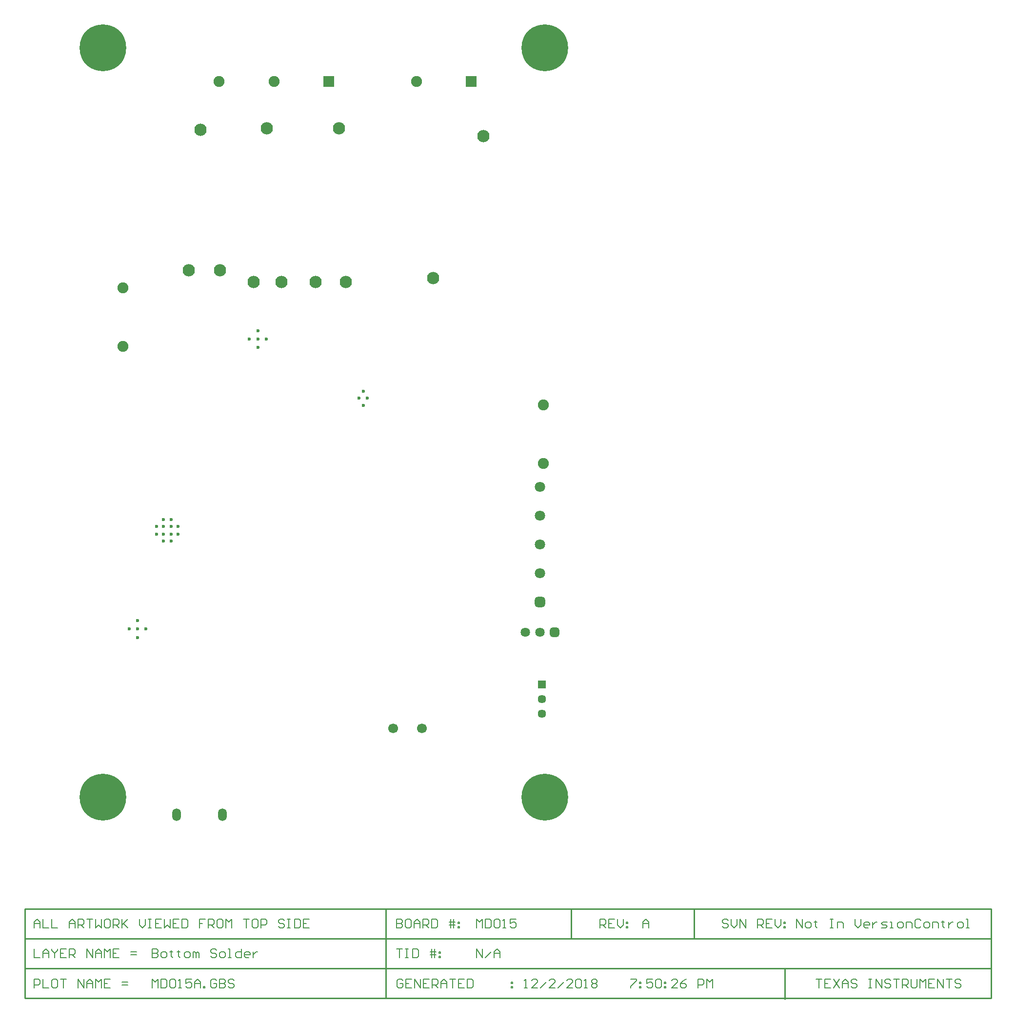
<source format=gbs>
G04*
G04 #@! TF.GenerationSoftware,Altium Limited,Altium Designer,18.1.9 (240)*
G04*
G04 Layer_Color=16711935*
%FSAX25Y25*%
%MOIN*%
G70*
G01*
G75*
%ADD16C,0.01000*%
%ADD22C,0.00800*%
%ADD154C,0.06693*%
%ADD155C,0.07480*%
%ADD156R,0.07480X0.07480*%
G04:AMPARAMS|DCode=157|XSize=70.87mil|YSize=70.87mil|CornerRadius=18.7mil|HoleSize=0mil|Usage=FLASHONLY|Rotation=90.000|XOffset=0mil|YOffset=0mil|HoleType=Round|Shape=RoundedRectangle|*
%AMROUNDEDRECTD157*
21,1,0.07087,0.03347,0,0,90.0*
21,1,0.03347,0.07087,0,0,90.0*
1,1,0.03740,0.01673,0.01673*
1,1,0.03740,0.01673,-0.01673*
1,1,0.03740,-0.01673,-0.01673*
1,1,0.03740,-0.01673,0.01673*
%
%ADD157ROUNDEDRECTD157*%
%ADD158C,0.07087*%
%ADD159C,0.31890*%
G04:AMPARAMS|DCode=160|XSize=86.61mil|YSize=59.06mil|CornerRadius=29.53mil|HoleSize=0mil|Usage=FLASHONLY|Rotation=90.000|XOffset=0mil|YOffset=0mil|HoleType=Round|Shape=RoundedRectangle|*
%AMROUNDEDRECTD160*
21,1,0.08661,0.00000,0,0,90.0*
21,1,0.02756,0.05906,0,0,90.0*
1,1,0.05906,0.00000,0.01378*
1,1,0.05906,0.00000,-0.01378*
1,1,0.05906,0.00000,-0.01378*
1,1,0.05906,0.00000,0.01378*
%
%ADD160ROUNDEDRECTD160*%
%ADD161C,0.06417*%
G04:AMPARAMS|DCode=162|XSize=64.17mil|YSize=64.17mil|CornerRadius=17.03mil|HoleSize=0mil|Usage=FLASHONLY|Rotation=180.000|XOffset=0mil|YOffset=0mil|HoleType=Round|Shape=RoundedRectangle|*
%AMROUNDEDRECTD162*
21,1,0.06417,0.03012,0,0,180.0*
21,1,0.03012,0.06417,0,0,180.0*
1,1,0.03406,-0.01506,0.01506*
1,1,0.03406,0.01506,0.01506*
1,1,0.03406,0.01506,-0.01506*
1,1,0.03406,-0.01506,-0.01506*
%
%ADD162ROUNDEDRECTD162*%
%ADD163C,0.08394*%
%ADD164C,0.05709*%
%ADD165R,0.05709X0.05709*%
%ADD167C,0.02362*%
G54D16*
X0559400Y0039400D02*
Y0059683D01*
X0440500Y0040050D02*
X0700200D01*
Y0101050D01*
X0286500Y0040050D02*
Y0101050D01*
X0040000Y0040050D02*
Y0101050D01*
X0040050Y0040050D02*
X0197600D01*
X0040050D02*
Y0101050D01*
X0700200D01*
X0040000Y0040050D02*
X0440500D01*
X0040000Y0060383D02*
X0700000D01*
X0040000Y0080717D02*
X0700200D01*
X0413200D02*
Y0101050D01*
X0497200Y0080717D02*
Y0101050D01*
G54D22*
X0126900Y0073549D02*
Y0067551D01*
X0129899D01*
X0130899Y0068550D01*
Y0069550D01*
X0129899Y0070550D01*
X0126900D01*
X0129899D01*
X0130899Y0071549D01*
Y0072549D01*
X0129899Y0073549D01*
X0126900D01*
X0133898Y0067551D02*
X0135897D01*
X0136897Y0068550D01*
Y0070550D01*
X0135897Y0071549D01*
X0133898D01*
X0132898Y0070550D01*
Y0068550D01*
X0133898Y0067551D01*
X0139896Y0072549D02*
Y0071549D01*
X0138896D01*
X0140895D01*
X0139896D01*
Y0068550D01*
X0140895Y0067551D01*
X0144894Y0072549D02*
Y0071549D01*
X0143895D01*
X0145894D01*
X0144894D01*
Y0068550D01*
X0145894Y0067551D01*
X0149893D02*
X0151892D01*
X0152892Y0068550D01*
Y0070550D01*
X0151892Y0071549D01*
X0149893D01*
X0148893Y0070550D01*
Y0068550D01*
X0149893Y0067551D01*
X0154891D02*
Y0071549D01*
X0155891D01*
X0156890Y0070550D01*
Y0067551D01*
Y0070550D01*
X0157890Y0071549D01*
X0158890Y0070550D01*
Y0067551D01*
X0170886Y0072549D02*
X0169886Y0073549D01*
X0167887D01*
X0166887Y0072549D01*
Y0071549D01*
X0167887Y0070550D01*
X0169886D01*
X0170886Y0069550D01*
Y0068550D01*
X0169886Y0067551D01*
X0167887D01*
X0166887Y0068550D01*
X0173885Y0067551D02*
X0175884D01*
X0176884Y0068550D01*
Y0070550D01*
X0175884Y0071549D01*
X0173885D01*
X0172885Y0070550D01*
Y0068550D01*
X0173885Y0067551D01*
X0178883D02*
X0180883D01*
X0179883D01*
Y0073549D01*
X0178883D01*
X0187880D02*
Y0067551D01*
X0184881D01*
X0183882Y0068550D01*
Y0070550D01*
X0184881Y0071549D01*
X0187880D01*
X0192879Y0067551D02*
X0190879D01*
X0189880Y0068550D01*
Y0070550D01*
X0190879Y0071549D01*
X0192879D01*
X0193878Y0070550D01*
Y0069550D01*
X0189880D01*
X0195878Y0071549D02*
Y0067551D01*
Y0069550D01*
X0196877Y0070550D01*
X0197877Y0071549D01*
X0198877D01*
X0348550Y0067500D02*
Y0073498D01*
X0352549Y0067500D01*
Y0073498D01*
X0354548Y0067500D02*
X0358547Y0071499D01*
X0360546Y0067500D02*
Y0071499D01*
X0362545Y0073498D01*
X0364545Y0071499D01*
Y0067500D01*
Y0070499D01*
X0360546D01*
X0294000Y0073498D02*
X0297999D01*
X0295999D01*
Y0067500D01*
X0299998Y0073498D02*
X0301997D01*
X0300998D01*
Y0067500D01*
X0299998D01*
X0301997D01*
X0304996Y0073498D02*
Y0067500D01*
X0307996D01*
X0308995Y0068500D01*
Y0072498D01*
X0307996Y0073498D01*
X0304996D01*
X0317992Y0067500D02*
Y0073498D01*
X0319992D02*
Y0067500D01*
X0316993Y0071499D02*
X0319992D01*
X0320991D01*
X0316993Y0069499D02*
X0320991D01*
X0322991Y0071499D02*
X0323990D01*
Y0070499D01*
X0322991D01*
Y0071499D01*
Y0068500D02*
X0323990D01*
Y0067500D01*
X0322991D01*
Y0068500D01*
X0580500Y0052965D02*
X0584499D01*
X0582499D01*
Y0046966D01*
X0590497Y0052965D02*
X0586498D01*
Y0046966D01*
X0590497D01*
X0586498Y0049966D02*
X0588497D01*
X0592496Y0052965D02*
X0596495Y0046966D01*
Y0052965D02*
X0592496Y0046966D01*
X0598494D02*
Y0050965D01*
X0600493Y0052965D01*
X0602493Y0050965D01*
Y0046966D01*
Y0049966D01*
X0598494D01*
X0608491Y0051965D02*
X0607491Y0052965D01*
X0605492D01*
X0604492Y0051965D01*
Y0050965D01*
X0605492Y0049966D01*
X0607491D01*
X0608491Y0048966D01*
Y0047966D01*
X0607491Y0046966D01*
X0605492D01*
X0604492Y0047966D01*
X0616488Y0052965D02*
X0618488D01*
X0617488D01*
Y0046966D01*
X0616488D01*
X0618488D01*
X0621487D02*
Y0052965D01*
X0625486Y0046966D01*
Y0052965D01*
X0631484Y0051965D02*
X0630484Y0052965D01*
X0628484D01*
X0627485Y0051965D01*
Y0050965D01*
X0628484Y0049966D01*
X0630484D01*
X0631484Y0048966D01*
Y0047966D01*
X0630484Y0046966D01*
X0628484D01*
X0627485Y0047966D01*
X0633483Y0052965D02*
X0637482D01*
X0635482D01*
Y0046966D01*
X0639481D02*
Y0052965D01*
X0642480D01*
X0643480Y0051965D01*
Y0049966D01*
X0642480Y0048966D01*
X0639481D01*
X0641480D02*
X0643480Y0046966D01*
X0645479Y0052965D02*
Y0047966D01*
X0646479Y0046966D01*
X0648478D01*
X0649478Y0047966D01*
Y0052965D01*
X0651477Y0046966D02*
Y0052965D01*
X0653476Y0050965D01*
X0655476Y0052965D01*
Y0046966D01*
X0661474Y0052965D02*
X0657475D01*
Y0046966D01*
X0661474D01*
X0657475Y0049966D02*
X0659474D01*
X0663473Y0046966D02*
Y0052965D01*
X0667472Y0046966D01*
Y0052965D01*
X0669471D02*
X0673470D01*
X0671471D01*
Y0046966D01*
X0679468Y0051965D02*
X0678468Y0052965D01*
X0676469D01*
X0675469Y0051965D01*
Y0050965D01*
X0676469Y0049966D01*
X0678468D01*
X0679468Y0048966D01*
Y0047966D01*
X0678468Y0046966D01*
X0676469D01*
X0675469Y0047966D01*
X0454050Y0052965D02*
X0458049D01*
Y0051965D01*
X0454050Y0047966D01*
Y0046966D01*
X0460048Y0050965D02*
X0461048D01*
Y0049966D01*
X0460048D01*
Y0050965D01*
Y0047966D02*
X0461048D01*
Y0046966D01*
X0460048D01*
Y0047966D01*
X0469045Y0052965D02*
X0465046D01*
Y0049966D01*
X0467046Y0050965D01*
X0468046D01*
X0469045Y0049966D01*
Y0047966D01*
X0468046Y0046966D01*
X0466046D01*
X0465046Y0047966D01*
X0471044Y0051965D02*
X0472044Y0052965D01*
X0474044D01*
X0475043Y0051965D01*
Y0047966D01*
X0474044Y0046966D01*
X0472044D01*
X0471044Y0047966D01*
Y0051965D01*
X0477043Y0050965D02*
X0478042D01*
Y0049966D01*
X0477043D01*
Y0050965D01*
Y0047966D02*
X0478042D01*
Y0046966D01*
X0477043D01*
Y0047966D01*
X0486040Y0046966D02*
X0482041D01*
X0486040Y0050965D01*
Y0051965D01*
X0485040Y0052965D01*
X0483041D01*
X0482041Y0051965D01*
X0492038Y0052965D02*
X0490038Y0051965D01*
X0488039Y0049966D01*
Y0047966D01*
X0489039Y0046966D01*
X0491038D01*
X0492038Y0047966D01*
Y0048966D01*
X0491038Y0049966D01*
X0488039D01*
X0500035Y0046966D02*
Y0052965D01*
X0503034D01*
X0504034Y0051965D01*
Y0049966D01*
X0503034Y0048966D01*
X0500035D01*
X0506033Y0046966D02*
Y0052965D01*
X0508033Y0050965D01*
X0510032Y0052965D01*
Y0046966D01*
X0046350D02*
Y0052965D01*
X0049349D01*
X0050349Y0051965D01*
Y0049966D01*
X0049349Y0048966D01*
X0046350D01*
X0052348Y0052965D02*
Y0046966D01*
X0056347D01*
X0061345Y0052965D02*
X0059346D01*
X0058346Y0051965D01*
Y0047966D01*
X0059346Y0046966D01*
X0061345D01*
X0062345Y0047966D01*
Y0051965D01*
X0061345Y0052965D01*
X0064344D02*
X0068343D01*
X0066343D01*
Y0046966D01*
X0076340D02*
Y0052965D01*
X0080339Y0046966D01*
Y0052965D01*
X0082338Y0046966D02*
Y0050965D01*
X0084338Y0052965D01*
X0086337Y0050965D01*
Y0046966D01*
Y0049966D01*
X0082338D01*
X0088336Y0046966D02*
Y0052965D01*
X0090336Y0050965D01*
X0092335Y0052965D01*
Y0046966D01*
X0098333Y0052965D02*
X0094335D01*
Y0046966D01*
X0098333D01*
X0094335Y0049966D02*
X0096334D01*
X0106331Y0048966D02*
X0110329D01*
X0106331Y0050965D02*
X0110329D01*
X0046350Y0073549D02*
Y0067551D01*
X0050349D01*
X0052348D02*
Y0071549D01*
X0054347Y0073549D01*
X0056347Y0071549D01*
Y0067551D01*
Y0070550D01*
X0052348D01*
X0058346Y0073549D02*
Y0072549D01*
X0060346Y0070550D01*
X0062345Y0072549D01*
Y0073549D01*
X0060346Y0070550D02*
Y0067551D01*
X0068343Y0073549D02*
X0064344D01*
Y0067551D01*
X0068343D01*
X0064344Y0070550D02*
X0066343D01*
X0070342Y0067551D02*
Y0073549D01*
X0073341D01*
X0074341Y0072549D01*
Y0070550D01*
X0073341Y0069550D01*
X0070342D01*
X0072342D02*
X0074341Y0067551D01*
X0082338D02*
Y0073549D01*
X0086337Y0067551D01*
Y0073549D01*
X0088336Y0067551D02*
Y0071549D01*
X0090336Y0073549D01*
X0092335Y0071549D01*
Y0067551D01*
Y0070550D01*
X0088336D01*
X0094335Y0067551D02*
Y0073549D01*
X0096334Y0071549D01*
X0098333Y0073549D01*
Y0067551D01*
X0104331Y0073549D02*
X0100332D01*
Y0067551D01*
X0104331D01*
X0100332Y0070550D02*
X0102332D01*
X0112329Y0069550D02*
X0116327D01*
X0112329Y0071549D02*
X0116327D01*
X0294000Y0093831D02*
Y0087833D01*
X0296999D01*
X0297999Y0088833D01*
Y0089833D01*
X0296999Y0090832D01*
X0294000D01*
X0296999D01*
X0297999Y0091832D01*
Y0092832D01*
X0296999Y0093831D01*
X0294000D01*
X0302997D02*
X0300998D01*
X0299998Y0092832D01*
Y0088833D01*
X0300998Y0087833D01*
X0302997D01*
X0303997Y0088833D01*
Y0092832D01*
X0302997Y0093831D01*
X0305996Y0087833D02*
Y0091832D01*
X0307996Y0093831D01*
X0309995Y0091832D01*
Y0087833D01*
Y0090832D01*
X0305996D01*
X0311994Y0087833D02*
Y0093831D01*
X0314993D01*
X0315993Y0092832D01*
Y0090832D01*
X0314993Y0089833D01*
X0311994D01*
X0313994D02*
X0315993Y0087833D01*
X0317992Y0093831D02*
Y0087833D01*
X0320991D01*
X0321991Y0088833D01*
Y0092832D01*
X0320991Y0093831D01*
X0317992D01*
X0330988Y0087833D02*
Y0093831D01*
X0332987D02*
Y0087833D01*
X0329988Y0091832D02*
X0332987D01*
X0333987D01*
X0329988Y0089833D02*
X0333987D01*
X0335986Y0091832D02*
X0336986D01*
Y0090832D01*
X0335986D01*
Y0091832D01*
Y0088833D02*
X0336986D01*
Y0087833D01*
X0335986D01*
Y0088833D01*
X0348550Y0087833D02*
Y0093831D01*
X0350549Y0091832D01*
X0352549Y0093831D01*
Y0087833D01*
X0354548Y0093831D02*
Y0087833D01*
X0357547D01*
X0358547Y0088833D01*
Y0092832D01*
X0357547Y0093831D01*
X0354548D01*
X0360546Y0092832D02*
X0361546Y0093831D01*
X0363545D01*
X0364545Y0092832D01*
Y0088833D01*
X0363545Y0087833D01*
X0361546D01*
X0360546Y0088833D01*
Y0092832D01*
X0366544Y0087833D02*
X0368544D01*
X0367544D01*
Y0093831D01*
X0366544Y0092832D01*
X0375541Y0093831D02*
X0371543D01*
Y0090832D01*
X0373542Y0091832D01*
X0374542D01*
X0375541Y0090832D01*
Y0088833D01*
X0374542Y0087833D01*
X0372542D01*
X0371543Y0088833D01*
X0462150Y0087833D02*
Y0091832D01*
X0464149Y0093831D01*
X0466149Y0091832D01*
Y0087833D01*
Y0090832D01*
X0462150D01*
X0046350Y0087833D02*
Y0091832D01*
X0048349Y0093831D01*
X0050349Y0091832D01*
Y0087833D01*
Y0090832D01*
X0046350D01*
X0052348Y0093831D02*
Y0087833D01*
X0056347D01*
X0058346Y0093831D02*
Y0087833D01*
X0062345D01*
X0070342D02*
Y0091832D01*
X0072342Y0093831D01*
X0074341Y0091832D01*
Y0087833D01*
Y0090832D01*
X0070342D01*
X0076340Y0087833D02*
Y0093831D01*
X0079339D01*
X0080339Y0092832D01*
Y0090832D01*
X0079339Y0089833D01*
X0076340D01*
X0078340D02*
X0080339Y0087833D01*
X0082338Y0093831D02*
X0086337D01*
X0084338D01*
Y0087833D01*
X0088336Y0093831D02*
Y0087833D01*
X0090336Y0089833D01*
X0092335Y0087833D01*
Y0093831D01*
X0097334D02*
X0095334D01*
X0094335Y0092832D01*
Y0088833D01*
X0095334Y0087833D01*
X0097334D01*
X0098333Y0088833D01*
Y0092832D01*
X0097334Y0093831D01*
X0100332Y0087833D02*
Y0093831D01*
X0103332D01*
X0104331Y0092832D01*
Y0090832D01*
X0103332Y0089833D01*
X0100332D01*
X0102332D02*
X0104331Y0087833D01*
X0106331Y0093831D02*
Y0087833D01*
Y0089833D01*
X0110329Y0093831D01*
X0107330Y0090832D01*
X0110329Y0087833D01*
X0118327Y0093831D02*
Y0089833D01*
X0120326Y0087833D01*
X0122325Y0089833D01*
Y0093831D01*
X0124325D02*
X0126324D01*
X0125324D01*
Y0087833D01*
X0124325D01*
X0126324D01*
X0133322Y0093831D02*
X0129323D01*
Y0087833D01*
X0133322D01*
X0129323Y0090832D02*
X0131323D01*
X0135321Y0093831D02*
Y0087833D01*
X0137321Y0089833D01*
X0139320Y0087833D01*
Y0093831D01*
X0145318D02*
X0141319D01*
Y0087833D01*
X0145318D01*
X0141319Y0090832D02*
X0143319D01*
X0147317Y0093831D02*
Y0087833D01*
X0150316D01*
X0151316Y0088833D01*
Y0092832D01*
X0150316Y0093831D01*
X0147317D01*
X0163312D02*
X0159313D01*
Y0090832D01*
X0161313D01*
X0159313D01*
Y0087833D01*
X0165312D02*
Y0093831D01*
X0168310D01*
X0169310Y0092832D01*
Y0090832D01*
X0168310Y0089833D01*
X0165312D01*
X0167311D02*
X0169310Y0087833D01*
X0174309Y0093831D02*
X0172309D01*
X0171310Y0092832D01*
Y0088833D01*
X0172309Y0087833D01*
X0174309D01*
X0175308Y0088833D01*
Y0092832D01*
X0174309Y0093831D01*
X0177308Y0087833D02*
Y0093831D01*
X0179307Y0091832D01*
X0181306Y0093831D01*
Y0087833D01*
X0189304Y0093831D02*
X0193303D01*
X0191303D01*
Y0087833D01*
X0198301Y0093831D02*
X0196301D01*
X0195302Y0092832D01*
Y0088833D01*
X0196301Y0087833D01*
X0198301D01*
X0199301Y0088833D01*
Y0092832D01*
X0198301Y0093831D01*
X0201300Y0087833D02*
Y0093831D01*
X0204299D01*
X0205299Y0092832D01*
Y0090832D01*
X0204299Y0089833D01*
X0201300D01*
X0217295Y0092832D02*
X0216295Y0093831D01*
X0214296D01*
X0213296Y0092832D01*
Y0091832D01*
X0214296Y0090832D01*
X0216295D01*
X0217295Y0089833D01*
Y0088833D01*
X0216295Y0087833D01*
X0214296D01*
X0213296Y0088833D01*
X0219294Y0093831D02*
X0221293D01*
X0220294D01*
Y0087833D01*
X0219294D01*
X0221293D01*
X0224292Y0093831D02*
Y0087833D01*
X0227291D01*
X0228291Y0088833D01*
Y0092832D01*
X0227291Y0093831D01*
X0224292D01*
X0234289D02*
X0230291D01*
Y0087833D01*
X0234289D01*
X0230291Y0090832D02*
X0232290D01*
X0298199Y0051965D02*
X0297199Y0052965D01*
X0295200D01*
X0294200Y0051965D01*
Y0047966D01*
X0295200Y0046966D01*
X0297199D01*
X0298199Y0047966D01*
Y0049966D01*
X0296199D01*
X0304197Y0052965D02*
X0300198D01*
Y0046966D01*
X0304197D01*
X0300198Y0049966D02*
X0302197D01*
X0306196Y0046966D02*
Y0052965D01*
X0310195Y0046966D01*
Y0052965D01*
X0316193D02*
X0312194D01*
Y0046966D01*
X0316193D01*
X0312194Y0049966D02*
X0314194D01*
X0318192Y0046966D02*
Y0052965D01*
X0321191D01*
X0322191Y0051965D01*
Y0049966D01*
X0321191Y0048966D01*
X0318192D01*
X0320192D02*
X0322191Y0046966D01*
X0324190D02*
Y0050965D01*
X0326190Y0052965D01*
X0328189Y0050965D01*
Y0046966D01*
Y0049966D01*
X0324190D01*
X0330188Y0052965D02*
X0334187D01*
X0332188D01*
Y0046966D01*
X0340185Y0052965D02*
X0336186D01*
Y0046966D01*
X0340185D01*
X0336186Y0049966D02*
X0338186D01*
X0342184Y0052965D02*
Y0046966D01*
X0345183D01*
X0346183Y0047966D01*
Y0051965D01*
X0345183Y0052965D01*
X0342184D01*
X0372175Y0050965D02*
X0373175D01*
Y0049966D01*
X0372175D01*
Y0050965D01*
Y0047966D02*
X0373175D01*
Y0046966D01*
X0372175D01*
Y0047966D01*
X0381150Y0046966D02*
X0383149D01*
X0382150D01*
Y0052965D01*
X0381150Y0051965D01*
X0390147Y0046966D02*
X0386148D01*
X0390147Y0050965D01*
Y0051965D01*
X0389147Y0052965D01*
X0387148D01*
X0386148Y0051965D01*
X0392146Y0046966D02*
X0396145Y0050965D01*
X0402143Y0046966D02*
X0398145D01*
X0402143Y0050965D01*
Y0051965D01*
X0401144Y0052965D01*
X0399144D01*
X0398145Y0051965D01*
X0404143Y0046966D02*
X0408141Y0050965D01*
X0414139Y0046966D02*
X0410141D01*
X0414139Y0050965D01*
Y0051965D01*
X0413140Y0052965D01*
X0411140D01*
X0410141Y0051965D01*
X0416139D02*
X0417138Y0052965D01*
X0419138D01*
X0420137Y0051965D01*
Y0047966D01*
X0419138Y0046966D01*
X0417138D01*
X0416139Y0047966D01*
Y0051965D01*
X0422137Y0046966D02*
X0424136D01*
X0423136D01*
Y0052965D01*
X0422137Y0051965D01*
X0427135D02*
X0428135Y0052965D01*
X0430134D01*
X0431134Y0051965D01*
Y0050965D01*
X0430134Y0049966D01*
X0431134Y0048966D01*
Y0047966D01*
X0430134Y0046966D01*
X0428135D01*
X0427135Y0047966D01*
Y0048966D01*
X0428135Y0049966D01*
X0427135Y0050965D01*
Y0051965D01*
X0428135Y0049966D02*
X0430134D01*
X0126900Y0046966D02*
Y0052965D01*
X0128899Y0050965D01*
X0130899Y0052965D01*
Y0046966D01*
X0132898Y0052965D02*
Y0046966D01*
X0135897D01*
X0136897Y0047966D01*
Y0051965D01*
X0135897Y0052965D01*
X0132898D01*
X0138896Y0051965D02*
X0139896Y0052965D01*
X0141895D01*
X0142895Y0051965D01*
Y0047966D01*
X0141895Y0046966D01*
X0139896D01*
X0138896Y0047966D01*
Y0051965D01*
X0144894Y0046966D02*
X0146894D01*
X0145894D01*
Y0052965D01*
X0144894Y0051965D01*
X0153891Y0052965D02*
X0149893D01*
Y0049966D01*
X0151892Y0050965D01*
X0152892D01*
X0153891Y0049966D01*
Y0047966D01*
X0152892Y0046966D01*
X0150892D01*
X0149893Y0047966D01*
X0155891Y0046966D02*
Y0050965D01*
X0157890Y0052965D01*
X0159889Y0050965D01*
Y0046966D01*
Y0049966D01*
X0155891D01*
X0161889Y0046966D02*
Y0047966D01*
X0162888D01*
Y0046966D01*
X0161889D01*
X0170886Y0051965D02*
X0169886Y0052965D01*
X0167887D01*
X0166887Y0051965D01*
Y0047966D01*
X0167887Y0046966D01*
X0169886D01*
X0170886Y0047966D01*
Y0049966D01*
X0168886D01*
X0172885Y0052965D02*
Y0046966D01*
X0175884D01*
X0176884Y0047966D01*
Y0048966D01*
X0175884Y0049966D01*
X0172885D01*
X0175884D01*
X0176884Y0050965D01*
Y0051965D01*
X0175884Y0052965D01*
X0172885D01*
X0182882Y0051965D02*
X0181882Y0052965D01*
X0179883D01*
X0178883Y0051965D01*
Y0050965D01*
X0179883Y0049966D01*
X0181882D01*
X0182882Y0048966D01*
Y0047966D01*
X0181882Y0046966D01*
X0179883D01*
X0178883Y0047966D01*
X0433000Y0087833D02*
Y0093831D01*
X0435999D01*
X0436999Y0092832D01*
Y0090832D01*
X0435999Y0089833D01*
X0433000D01*
X0434999D02*
X0436999Y0087833D01*
X0442997Y0093831D02*
X0438998D01*
Y0087833D01*
X0442997D01*
X0438998Y0090832D02*
X0440997D01*
X0444996Y0093831D02*
Y0089833D01*
X0446995Y0087833D01*
X0448995Y0089833D01*
Y0093831D01*
X0450994Y0091832D02*
X0451994D01*
Y0090832D01*
X0450994D01*
Y0091832D01*
Y0088833D02*
X0451994D01*
Y0087833D01*
X0450994D01*
Y0088833D01*
X0520799Y0092832D02*
X0519799Y0093831D01*
X0517800D01*
X0516800Y0092832D01*
Y0091832D01*
X0517800Y0090832D01*
X0519799D01*
X0520799Y0089833D01*
Y0088833D01*
X0519799Y0087833D01*
X0517800D01*
X0516800Y0088833D01*
X0522798Y0093831D02*
Y0089833D01*
X0524797Y0087833D01*
X0526797Y0089833D01*
Y0093831D01*
X0528796Y0087833D02*
Y0093831D01*
X0532795Y0087833D01*
Y0093831D01*
X0540792Y0087833D02*
Y0093831D01*
X0543791D01*
X0544791Y0092832D01*
Y0090832D01*
X0543791Y0089833D01*
X0540792D01*
X0542792D02*
X0544791Y0087833D01*
X0550789Y0093831D02*
X0546790D01*
Y0087833D01*
X0550789D01*
X0546790Y0090832D02*
X0548790D01*
X0552788Y0093831D02*
Y0089833D01*
X0554788Y0087833D01*
X0556787Y0089833D01*
Y0093831D01*
X0558786Y0091832D02*
X0559786D01*
Y0090832D01*
X0558786D01*
Y0091832D01*
Y0088833D02*
X0559786D01*
Y0087833D01*
X0558786D01*
Y0088833D01*
X0567400Y0087833D02*
Y0093831D01*
X0571399Y0087833D01*
Y0093831D01*
X0574398Y0087833D02*
X0576397D01*
X0577397Y0088833D01*
Y0090832D01*
X0576397Y0091832D01*
X0574398D01*
X0573398Y0090832D01*
Y0088833D01*
X0574398Y0087833D01*
X0580396Y0092832D02*
Y0091832D01*
X0579396D01*
X0581395D01*
X0580396D01*
Y0088833D01*
X0581395Y0087833D01*
X0590393Y0093831D02*
X0592392D01*
X0591392D01*
Y0087833D01*
X0590393D01*
X0592392D01*
X0595391D02*
Y0091832D01*
X0598390D01*
X0599390Y0090832D01*
Y0087833D01*
X0607387Y0093831D02*
Y0089833D01*
X0609386Y0087833D01*
X0611386Y0089833D01*
Y0093831D01*
X0616384Y0087833D02*
X0614385D01*
X0613385Y0088833D01*
Y0090832D01*
X0614385Y0091832D01*
X0616384D01*
X0617384Y0090832D01*
Y0089833D01*
X0613385D01*
X0619383Y0091832D02*
Y0087833D01*
Y0089833D01*
X0620383Y0090832D01*
X0621383Y0091832D01*
X0622382D01*
X0625381Y0087833D02*
X0628380D01*
X0629380Y0088833D01*
X0628380Y0089833D01*
X0626381D01*
X0625381Y0090832D01*
X0626381Y0091832D01*
X0629380D01*
X0631379Y0087833D02*
X0633379D01*
X0632379D01*
Y0091832D01*
X0631379D01*
X0637377Y0087833D02*
X0639377D01*
X0640376Y0088833D01*
Y0090832D01*
X0639377Y0091832D01*
X0637377D01*
X0636378Y0090832D01*
Y0088833D01*
X0637377Y0087833D01*
X0642376D02*
Y0091832D01*
X0645375D01*
X0646374Y0090832D01*
Y0087833D01*
X0652373Y0092832D02*
X0651373Y0093831D01*
X0649373D01*
X0648374Y0092832D01*
Y0088833D01*
X0649373Y0087833D01*
X0651373D01*
X0652373Y0088833D01*
X0655372Y0087833D02*
X0657371D01*
X0658371Y0088833D01*
Y0090832D01*
X0657371Y0091832D01*
X0655372D01*
X0654372Y0090832D01*
Y0088833D01*
X0655372Y0087833D01*
X0660370D02*
Y0091832D01*
X0663369D01*
X0664369Y0090832D01*
Y0087833D01*
X0667368Y0092832D02*
Y0091832D01*
X0666368D01*
X0668367D01*
X0667368D01*
Y0088833D01*
X0668367Y0087833D01*
X0671366Y0091832D02*
Y0087833D01*
Y0089833D01*
X0672366Y0090832D01*
X0673366Y0091832D01*
X0674365D01*
X0678364Y0087833D02*
X0680364D01*
X0681363Y0088833D01*
Y0090832D01*
X0680364Y0091832D01*
X0678364D01*
X0677364Y0090832D01*
Y0088833D01*
X0678364Y0087833D01*
X0683362D02*
X0685362D01*
X0684362D01*
Y0093831D01*
X0683362D01*
G54D154*
X0311335Y0224336D02*
D03*
X0291650D02*
D03*
G54D155*
X0210200Y0666195D02*
D03*
X0172720D02*
D03*
X0307511D02*
D03*
X0106859Y0525081D02*
D03*
Y0485081D02*
D03*
X0394342Y0445250D02*
D03*
Y0405250D02*
D03*
G54D156*
X0247680Y0666195D02*
D03*
X0344991D02*
D03*
G54D157*
X0392093Y0310450D02*
D03*
G54D158*
Y0330135D02*
D03*
Y0349820D02*
D03*
Y0369505D02*
D03*
Y0389190D02*
D03*
G54D159*
X0395200Y0177400D02*
D03*
X0093200Y0689400D02*
D03*
Y0177400D02*
D03*
X0395200Y0689400D02*
D03*
G54D160*
X0174878Y0165304D02*
D03*
X0143776D02*
D03*
G54D161*
X0382093Y0289955D02*
D03*
X0392093D02*
D03*
G54D162*
X0402093D02*
D03*
G54D163*
X0173200Y0537400D02*
D03*
X0353200Y0628744D02*
D03*
X0318998Y0531936D02*
D03*
X0160000Y0633219D02*
D03*
X0205200Y0634189D02*
D03*
X0254634Y0634400D02*
D03*
X0151866Y0537400D02*
D03*
X0215200Y0529400D02*
D03*
X0238760D02*
D03*
X0259200D02*
D03*
X0196247D02*
D03*
G54D164*
X0393200Y0234400D02*
D03*
Y0244400D02*
D03*
G54D165*
Y0254400D02*
D03*
G54D167*
X0199169Y0484628D02*
D03*
Y0496046D02*
D03*
X0204877Y0490337D02*
D03*
X0193460D02*
D03*
X0199169D02*
D03*
X0122797Y0292153D02*
D03*
X0116990Y0297960D02*
D03*
Y0292153D02*
D03*
Y0286346D02*
D03*
X0111183Y0292153D02*
D03*
X0144667Y0362254D02*
D03*
X0140021Y0366900D02*
D03*
Y0362254D02*
D03*
X0144667Y0356782D02*
D03*
X0140021Y0352136D02*
D03*
Y0356782D02*
D03*
X0129903D02*
D03*
X0134548Y0352136D02*
D03*
Y0356782D02*
D03*
Y0362254D02*
D03*
Y0366900D02*
D03*
X0129903Y0362254D02*
D03*
X0268287Y0449758D02*
D03*
X0274113D02*
D03*
X0271200Y0454679D02*
D03*
Y0444837D02*
D03*
M02*

</source>
